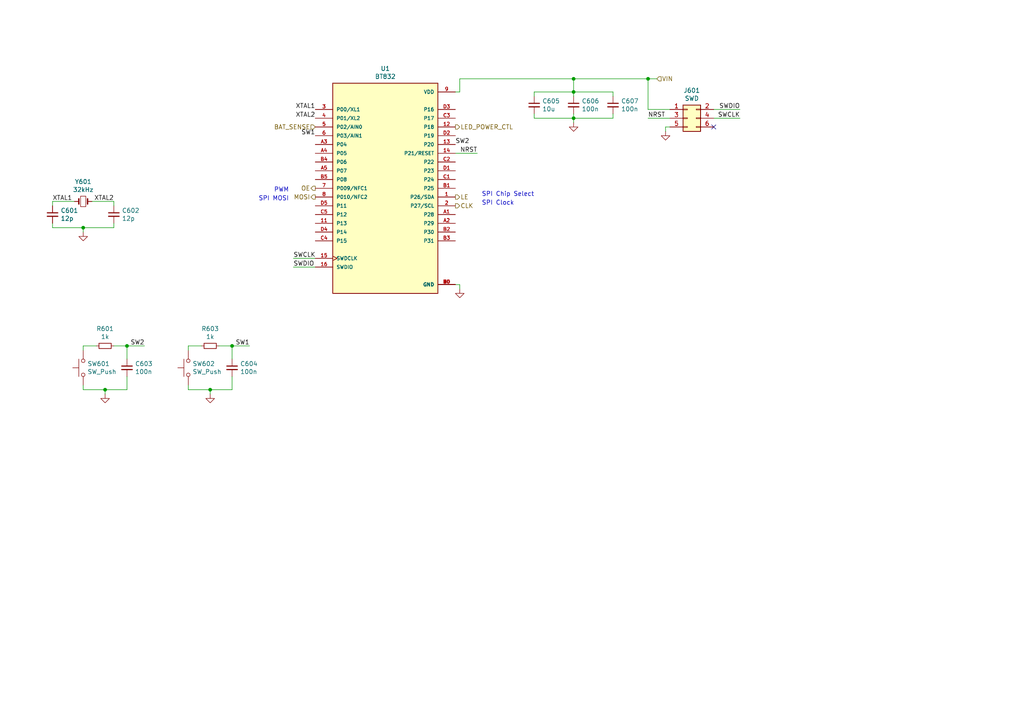
<source format=kicad_sch>
(kicad_sch (version 20211123) (generator eeschema)
  (paper "A4")
  (title_block (title "aWristWatch") (date "2021-04-05") (rev "3") (company "Andreas Kohler"))
  (lib_symbols
    (symbol "Connector_Generic:Conn_02x03_Odd_Even" (pin_names (offset 1.016) hide)
      (property "Reference" "J" (at 1.27 5.08 0))
      (property "Value" "Conn_02x03_Odd_Even" (at 1.27 -5.08 0))
      (symbol "Conn_02x03_Odd_Even_1_1"
        (rectangle (start -1.27 -2.413) (end 0 -2.667) (stroke (width 0.1524)))
        (rectangle (start -1.27 0.127) (end 0 -0.127) (stroke (width 0.1524)))
        (rectangle (start -1.27 2.667) (end 0 2.413) (stroke (width 0.1524)))
        (rectangle (start -1.27 3.81) (end 3.81 -3.81) (stroke (width 0.254)) (fill (type background)))
        (rectangle (start 3.81 -2.413) (end 2.54 -2.667) (stroke (width 0.1524)))
        (rectangle (start 3.81 0.127) (end 2.54 -0.127) (stroke (width 0.1524)))
        (rectangle (start 3.81 2.667) (end 2.54 2.413) (stroke (width 0.1524)))
        (pin passive line (at -5.08 2.54 0) (length 3.81) (name "Pin_1") (number "1"))
        (pin passive line (at 7.62 2.54 180) (length 3.81) (name "Pin_2") (number "2"))
        (pin passive line (at -5.08 0 0) (length 3.81) (name "Pin_3") (number "3"))
        (pin passive line (at 7.62 0 180) (length 3.81) (name "Pin_4") (number "4"))
        (pin passive line (at -5.08 -2.54 0) (length 3.81) (name "Pin_5") (number "5"))
        (pin passive line (at 7.62 -2.54 180) (length 3.81) (name "Pin_6") (number "6"))
      )
    )
    (symbol "Device:C_Small" (pin_numbers hide) (pin_names (offset 0.254) hide)
      (property "Reference" "C" (at 0.254 1.778 0))
      (property "Value" "C_Small" (at 0.254 -2.032 0))
      (symbol "C_Small_0_1"
        (polyline (pts (xy -1.524 -0.508) (xy 1.524 -0.508)) (stroke (width 0.3302)))
        (polyline (pts (xy -1.524 0.508) (xy 1.524 0.508)) (stroke (width 0.3048)))
      )
      (symbol "C_Small_1_1"
        (pin passive line (at 0 2.54 270) (length 2.032) (name "~") (number "1"))
        (pin passive line (at 0 -2.54 90) (length 2.032) (name "~") (number "2"))
      )
    )
    (symbol "Device:Crystal_Small" (pin_numbers hide) (pin_names (offset 1.016) hide)
      (property "Reference" "Y" (at 0 2.54 0))
      (property "Value" "Crystal_Small" (at 0 -2.54 0))
      (symbol "Crystal_Small_0_1"
        (rectangle (start -0.762 -1.524) (end 0.762 1.524))
        (polyline (pts (xy -1.27 -0.762) (xy -1.27 0.762)) (stroke (width 0.381)))
        (polyline (pts (xy 1.27 -0.762) (xy 1.27 0.762)) (stroke (width 0.381)))
      )
      (symbol "Crystal_Small_1_1"
        (pin passive line (at -2.54 0 0) (length 1.27) (name "1") (number "1"))
        (pin passive line (at 2.54 0 180) (length 1.27) (name "2") (number "2"))
      )
    )
    (symbol "Device:R_Small" (pin_numbers hide) (pin_names (offset 0.254) hide)
      (property "Reference" "R" (at 0.762 0.508 0))
      (property "Value" "R_Small" (at 0.762 -1.016 0))
      (symbol "R_Small_0_1"
        (rectangle (start -0.762 1.778) (end 0.762 -1.778) (stroke (width 0.2032)))
      )
      (symbol "R_Small_1_1"
        (pin passive line (at 0 2.54 270) (length 0.762) (name "~") (number "1"))
        (pin passive line (at 0 -2.54 90) (length 0.762) (name "~") (number "2"))
      )
    )
    (symbol "Switch:SW_Push" (pin_numbers hide) (pin_names (offset 1.016) hide)
      (property "Reference" "SW" (at 1.27 2.54 0))
      (property "Value" "SW_Push" (at 0 -1.524 0))
      (symbol "SW_Push_0_1"
        (circle (center -2.032 0) (radius 0.508))
        (polyline (pts (xy 0 1.27) (xy 0 3.048)))
        (polyline (pts (xy 2.54 1.27) (xy -2.54 1.27)))
        (circle (center 2.032 0) (radius 0.508))
        (pin passive line (at -5.08 0 0) (length 2.54) (name "1") (number "1"))
        (pin passive line (at 5.08 0 180) (length 2.54) (name "2") (number "2"))
      )
    )
    (symbol "power:GND" (power) (pin_names (offset 0))
      (property "Value" "GND" (at 0 -3.81 0))
      (symbol "GND_0_1"
        (polyline (pts (xy 0 0) (xy 0 -1.27) (xy 1.27 -1.27) (xy 0 -2.54) (xy -1.27 -1.27) (xy 0 -1.27)))
      )
      (symbol "GND_1_1"
        (pin power_in line (at 0 0 270) (length 0) hide (name "GND") (number "1"))
      )
    )
    (symbol "watch:BT832" (pin_names (offset 1.016))
      (property "Reference" "U" (at -15.2654 31.2928 0))
      (property "Value" "BT832" (at -15.2654 -33.0708 0))
      (symbol "BT832_0_0"
        (rectangle (start -15.24 -30.48) (end 15.24 30.48) (stroke (width 0.254)) (fill (type background)))
        (pin bidirectional line (at 20.32 -2.54 180) (length 5.08) (name "P26/SDA") (number "1"))
        (pin power_in line (at 20.32 -27.94 180) (length 5.08) (name "GND") (number "10"))
        (pin bidirectional line (at -20.32 -10.16 0) (length 5.08) (name "P13") (number "11"))
        (pin bidirectional line (at 20.32 17.78 180) (length 5.08) (name "P18") (number "12"))
        (pin bidirectional line (at 20.32 12.7 180) (length 5.08) (name "P20") (number "13"))
        (pin bidirectional line (at 20.32 10.16 180) (length 5.08) (name "P21/RESET") (number "14"))
        (pin input clock (at -20.32 -20.32 0) (length 5.08) (name "SWDCLK") (number "15"))
        (pin bidirectional line (at -20.32 -22.86 0) (length 5.08) (name "SWDIO") (number "16"))
        (pin bidirectional line (at 20.32 -5.08 180) (length 5.08) (name "P27/SCL") (number "2"))
        (pin bidirectional line (at -20.32 22.86 0) (length 5.08) (name "P00/XL1") (number "3"))
        (pin bidirectional line (at -20.32 20.32 0) (length 5.08) (name "P01/XL2") (number "4"))
        (pin bidirectional line (at -20.32 17.78 0) (length 5.08) (name "P02/AIN0") (number "5"))
        (pin bidirectional line (at -20.32 15.24 0) (length 5.08) (name "P03/AIN1") (number "6"))
        (pin bidirectional line (at -20.32 0 0) (length 5.08) (name "P009/NFC1") (number "7"))
        (pin bidirectional line (at -20.32 -2.54 0) (length 5.08) (name "P010/NFC2") (number "8"))
        (pin power_in line (at 20.32 27.94 180) (length 5.08) (name "VDD") (number "9"))
        (pin power_in line (at 20.32 -27.94 180) (length 5.08) (name "GND") (number "A0"))
        (pin bidirectional line (at 20.32 -7.62 180) (length 5.08) (name "P28") (number "A1"))
        (pin bidirectional line (at 20.32 -10.16 180) (length 5.08) (name "P29") (number "A2"))
        (pin bidirectional line (at -20.32 12.7 0) (length 5.08) (name "P04") (number "A3"))
        (pin bidirectional line (at -20.32 10.16 0) (length 5.08) (name "P05") (number "A4"))
        (pin bidirectional line (at -20.32 5.08 0) (length 5.08) (name "P07") (number "A5"))
        (pin power_in line (at 20.32 -27.94 180) (length 5.08) (name "GND") (number "B0"))
        (pin bidirectional line (at 20.32 0 180) (length 5.08) (name "P25") (number "B1"))
        (pin bidirectional line (at 20.32 -12.7 180) (length 5.08) (name "P30") (number "B2"))
        (pin bidirectional line (at 20.32 -15.24 180) (length 5.08) (name "P31") (number "B3"))
        (pin bidirectional line (at -20.32 7.62 0) (length 5.08) (name "P06") (number "B4"))
        (pin bidirectional line (at -20.32 2.54 0) (length 5.08) (name "P08") (number "B5"))
        (pin power_in line (at 20.32 -27.94 180) (length 5.08) (name "GND") (number "C0"))
        (pin bidirectional line (at 20.32 2.54 180) (length 5.08) (name "P24") (number "C1"))
        (pin bidirectional line (at 20.32 7.62 180) (length 5.08) (name "P22") (number "C2"))
        (pin bidirectional line (at 20.32 20.32 180) (length 5.08) (name "P17") (number "C3"))
        (pin bidirectional line (at -20.32 -15.24 0) (length 5.08) (name "P15") (number "C4"))
        (pin bidirectional line (at -20.32 -7.62 0) (length 5.08) (name "P12") (number "C5"))
        (pin power_in line (at 20.32 -27.94 180) (length 5.08) (name "GND") (number "D0"))
        (pin bidirectional line (at 20.32 5.08 180) (length 5.08) (name "P23") (number "D1"))
        (pin bidirectional line (at 20.32 15.24 180) (length 5.08) (name "P19") (number "D2"))
        (pin bidirectional line (at 20.32 22.86 180) (length 5.08) (name "P16") (number "D3"))
        (pin bidirectional line (at -20.32 -12.7 0) (length 5.08) (name "P14") (number "D4"))
        (pin bidirectional line (at -20.32 -5.08 0) (length 5.08) (name "P11") (number "D5"))
      )
    )
  )
  (junction (at 187.96 22.86))
  (junction (at 67.31 100.33))
  (junction (at 36.83 100.33))
  (junction (at 166.37 34.29))
  (junction (at 30.48 113.03))
  (junction (at 166.37 22.86))
  (junction (at 166.37 26.67))
  (junction (at 60.96 113.03))
  (junction (at 24.13 66.04))
  (no_connect (at 207.01 36.83))
  (wire (pts (xy 67.31 109.22) (xy 67.31 113.03)))
  (wire (pts (xy 177.8 34.29) (xy 177.8 33.02)))
  (wire (pts (xy 207.01 34.29) (xy 214.63 34.29)))
  (wire (pts (xy 15.24 58.42) (xy 21.59 58.42)))
  (wire (pts (xy 24.13 113.03) (xy 30.48 113.03)))
  (wire (pts (xy 30.48 114.3) (xy 30.48 113.03)))
  (wire (pts (xy 33.02 66.04) (xy 33.02 64.77)))
  (wire (pts (xy 24.13 67.31) (xy 24.13 66.04)))
  (wire (pts (xy 133.35 83.82) (xy 133.35 82.55)))
  (wire (pts (xy 15.24 66.04) (xy 15.24 64.77)))
  (wire (pts (xy 166.37 22.86) (xy 133.35 22.86)))
  (wire (pts (xy 58.42 100.33) (xy 54.61 100.33)))
  (wire (pts (xy 193.04 36.83) (xy 194.31 36.83)))
  (wire (pts (xy 154.94 26.67) (xy 154.94 27.94)))
  (wire (pts (xy 85.09 74.93) (xy 91.44 74.93)))
  (wire (pts (xy 187.96 22.86) (xy 166.37 22.86)))
  (wire (pts (xy 54.61 113.03) (xy 54.61 111.76)))
  (wire (pts (xy 187.96 34.29) (xy 194.31 34.29)))
  (wire (pts (xy 166.37 34.29) (xy 177.8 34.29)))
  (wire (pts (xy 54.61 113.03) (xy 60.96 113.03)))
  (wire (pts (xy 15.24 58.42) (xy 15.24 59.69)))
  (wire (pts (xy 133.35 22.86) (xy 133.35 26.67)))
  (wire (pts (xy 24.13 113.03) (xy 24.13 111.76)))
  (wire (pts (xy 54.61 100.33) (xy 54.61 101.6)))
  (wire (pts (xy 72.39 100.33) (xy 67.31 100.33)))
  (wire (pts (xy 36.83 109.22) (xy 36.83 113.03)))
  (wire (pts (xy 91.44 77.47) (xy 85.09 77.47)))
  (wire (pts (xy 27.94 100.33) (xy 24.13 100.33)))
  (wire (pts (xy 60.96 113.03) (xy 67.31 113.03)))
  (wire (pts (xy 33.02 58.42) (xy 33.02 59.69)))
  (wire (pts (xy 30.48 113.03) (xy 36.83 113.03)))
  (wire (pts (xy 166.37 34.29) (xy 166.37 33.02)))
  (wire (pts (xy 166.37 34.29) (xy 154.94 34.29)))
  (wire (pts (xy 187.96 22.86) (xy 187.96 31.75)))
  (wire (pts (xy 166.37 35.56) (xy 166.37 34.29)))
  (wire (pts (xy 133.35 82.55) (xy 132.08 82.55)))
  (wire (pts (xy 177.8 26.67) (xy 177.8 27.94)))
  (wire (pts (xy 166.37 26.67) (xy 166.37 27.94)))
  (wire (pts (xy 33.02 100.33) (xy 36.83 100.33)))
  (wire (pts (xy 133.35 26.67) (xy 132.08 26.67)))
  (wire (pts (xy 207.01 31.75) (xy 214.63 31.75)))
  (wire (pts (xy 36.83 104.14) (xy 36.83 100.33)))
  (wire (pts (xy 36.83 100.33) (xy 41.91 100.33)))
  (wire (pts (xy 26.67 58.42) (xy 33.02 58.42)))
  (wire (pts (xy 187.96 31.75) (xy 194.31 31.75)))
  (wire (pts (xy 190.5 22.86) (xy 187.96 22.86)))
  (wire (pts (xy 193.04 38.1) (xy 193.04 36.83)))
  (wire (pts (xy 166.37 26.67) (xy 154.94 26.67)))
  (wire (pts (xy 67.31 100.33) (xy 67.31 104.14)))
  (wire (pts (xy 24.13 66.04) (xy 15.24 66.04)))
  (wire (pts (xy 166.37 22.86) (xy 166.37 26.67)))
  (wire (pts (xy 63.5 100.33) (xy 67.31 100.33)))
  (wire (pts (xy 138.43 44.45) (xy 132.08 44.45)))
  (wire (pts (xy 154.94 34.29) (xy 154.94 33.02)))
  (wire (pts (xy 24.13 66.04) (xy 33.02 66.04)))
  (wire (pts (xy 60.96 114.3) (xy 60.96 113.03)))
  (wire (pts (xy 166.37 26.67) (xy 177.8 26.67)))
  (wire (pts (xy 24.13 100.33) (xy 24.13 101.6)))
  (text "SPI MOSI" (at 83.82 58.42 180) (effects (font (size 1.27 1.27)) (justify right bottom)))
  (text "SPI Chip Select" (at 139.7 57.15 0) (effects (font (size 1.27 1.27)) (justify left bottom)))
  (text "PWM" (at 83.82 55.88 180) (effects (font (size 1.27 1.27)) (justify right bottom)))
  (text "SPI Clock" (at 139.7 59.69 0) (effects (font (size 1.27 1.27)) (justify left bottom)))
  (label "XTAL1" (at 15.24 58.42 0))
  (label "SW2" (at 41.91 100.33 180))
  (label "SWDIO" (at 85.09 77.47 0))
  (label "XTAL2" (at 91.44 34.29 180))
  (label "SW1" (at 72.39 100.33 180))
  (label "SWCLK" (at 85.09 74.93 0))
  (label "SW2" (at 132.08 41.91 0))
  (label "NRST" (at 187.96 34.29 0))
  (label "NRST" (at 138.43 44.45 180))
  (label "XTAL1" (at 91.44 31.75 180))
  (label "SWDIO" (at 214.63 31.75 180))
  (label "SWCLK" (at 214.63 34.29 180))
  (label "XTAL2" (at 33.02 58.42 180))
  (label "SW1" (at 91.44 39.37 180))
  (hierarchical_label "VIN" (shape input) (at 190.5 22.86 0))
  (hierarchical_label "LE" (shape output) (at 132.08 57.15 0))
  (hierarchical_label "CLK" (shape output) (at 132.08 59.69 0))
  (hierarchical_label "MOSI" (shape output) (at 91.44 57.15 180))
  (hierarchical_label "BAT_SENSE" (shape input) (at 91.44 36.83 180))
  (hierarchical_label "LED_POWER_CTL" (shape output) (at 132.08 36.83 0))
  (hierarchical_label "OE" (shape output) (at 91.44 54.61 180))
  (symbol (lib_id "Device:C_Small") (at 154.94 30.48 0)
    (property "Reference" "C605" (at 157.2768 29.3116 0) (effects (justify left)))
    (property "Value" "10u" (at 157.2768 31.623 0) (effects (justify left)))
    (property "Footprint" "Capacitor_SMD:C_0805_2012Metric" (effects hide))
    (property "Datasheet" "https://www.mouser.at/datasheet/2/585/MLCC-1837944.pdf" (effects hide))
    (property "Order" "https://www.mouser.at/ProductDetail/187-CL10B106MQ8NRNC" (effects hide))
    (property "Manufacturer" "Samsung Electro-Mechanics" (effects hide))
    (property "MNR" "CL10B106MQ8NRNC" (effects hide))
  )
  (symbol (lib_id "Device:C_Small") (at 166.37 30.48 0)
    (property "Reference" "C606" (at 168.7068 29.3116 0) (effects (justify left)))
    (property "Value" "100n" (at 168.7068 31.623 0) (effects (justify left)))
    (property "Footprint" "Capacitor_SMD:C_0603_1608Metric" (effects hide))
    (property "Datasheet" "https://www.mouser.at/datasheet/2/212/KEM_C1002_X7R_SMD-1102033.pdf" (effects hide))
    (property "Order" "https://www.mouser.at/ProductDetail/80-C0603C104M4R" (effects hide))
    (property "Manufacturer" "KEMET" (effects hide))
    (property "MNR" "C0603C104M4RACTU" (effects hide))
  )
  (symbol (lib_id "power:GND") (at 166.37 35.56 0)
    (property "Reference" "#PWR0139" (effects hide))
    (property "Value" "GND" (effects hide))
  )
  (symbol (lib_id "Device:Crystal_Small") (at 24.13 58.42 0)
    (property "Reference" "Y601" (at 24.13 52.705 0))
    (property "Value" "32kHz" (at 24.13 55.0164 0))
    (property "Footprint" "Crystal:Crystal_SMD_3215-2Pin_3.2x1.5mm" (effects hide))
    (property "Datasheet" "https://www.mouser.at/datasheet/2/3/ABS07-166-32.768kHz-T-1359238.pdf" (effects hide))
    (property "Order" "https://www.mouser.at/ProductDetail/815-ABS0716632.768KT" (effects hide))
    (property "Manufacturer" "ABRACON" (effects hide))
    (property "MNR" "ABS07-166-32.768KHZ-T" (effects hide))
  )
  (symbol (lib_id "Device:C_Small") (at 15.24 62.23 0)
    (property "Reference" "C601" (at 17.5768 61.0616 0) (effects (justify left)))
    (property "Value" "12p" (at 17.5768 63.373 0) (effects (justify left)))
    (property "Footprint" "Capacitor_SMD:C_0603_1608Metric" (effects hide))
    (property "Datasheet" "https://www.mouser.at/datasheet/2/212/KEM_C1007_X8R_ULTRA_150C_SMD-1102703.pdf" (effects hide))
    (property "Order" "https://www.mouser.at/ProductDetail/80-C0603C120K5HACTU" (effects hide))
    (property "Manufacturer" "KEMET" (effects hide))
    (property "MNR" "C0603C120K5HACTU" (effects hide))
  )
  (symbol (lib_id "Device:C_Small") (at 33.02 62.23 0)
    (property "Reference" "C602" (at 35.3568 61.0616 0) (effects (justify left)))
    (property "Value" "12p" (at 35.3568 63.373 0) (effects (justify left)))
    (property "Footprint" "Capacitor_SMD:C_0603_1608Metric" (effects hide))
    (property "Datasheet" "https://www.mouser.at/datasheet/2/212/KEM_C1007_X8R_ULTRA_150C_SMD-1102703.pdf" (effects hide))
    (property "Order" "https://www.mouser.at/ProductDetail/80-C0603C120K5HACTU" (effects hide))
    (property "Manufacturer" "KEMET" (effects hide))
    (property "MNR" "C0603C120K5HACTU" (effects hide))
  )
  (symbol (lib_id "power:GND") (at 24.13 67.31 0)
    (property "Reference" "#PWR0141" (effects hide))
    (property "Value" "GND" (effects hide))
  )
  (symbol (lib_id "Device:C_Small") (at 177.8 30.48 0)
    (property "Reference" "C607" (at 180.1368 29.3116 0) (effects (justify left)))
    (property "Value" "100n" (at 180.1368 31.623 0) (effects (justify left)))
    (property "Footprint" "Capacitor_SMD:C_0603_1608Metric" (effects hide))
    (property "Datasheet" "https://www.mouser.at/datasheet/2/212/KEM_C1002_X7R_SMD-1102033.pdf" (effects hide))
    (property "Order" "https://www.mouser.at/ProductDetail/80-C0603C104M4R" (effects hide))
    (property "Manufacturer" "KEMET" (effects hide))
    (property "MNR" "C0603C104M4RACTU" (effects hide))
  )
  (symbol (lib_id "power:GND") (at 30.48 114.3 0)
    (property "Reference" "#PWR0142" (effects hide))
    (property "Value" "GND" (effects hide))
  )
  (symbol (lib_id "Device:C_Small") (at 36.83 106.68 0)
    (property "Reference" "C603" (at 39.1668 105.5116 0) (effects (justify left)))
    (property "Value" "100n" (at 39.1668 107.823 0) (effects (justify left)))
    (property "Footprint" "Capacitor_SMD:C_0603_1608Metric" (effects hide))
    (property "Datasheet" "https://www.mouser.at/datasheet/2/212/KEM_C1002_X7R_SMD-1102033.pdf" (effects hide))
    (property "Order" "https://www.mouser.at/ProductDetail/80-C0603C104M4R" (effects hide))
    (property "Manufacturer" "KEMET" (effects hide))
    (property "MNR" "C0603C104M4RACTU" (effects hide))
  )
  (symbol (lib_id "Switch:SW_Push") (at 24.13 106.68 90)
    (property "Reference" "SW601" (at 25.3492 105.5116 90) (effects (justify right)))
    (property "Value" "SW_Push" (at 25.3492 107.823 90) (effects (justify right)))
    (property "Footprint" "Button_Switch_SMD:SW_Push_1P1T_NO_CK_KMR2" (effects hide))
    (property "Datasheet" "https://www.mouser.at/datasheet/2/910/448_TAC2-3-1571418.pdf" (effects hide))
    (property "Order" "https://www.mouser.at/ProductDetail/Diptronics/TAC-35N-V-T-R?qs=MLItCLRbWsxLaFNtnMEtJQ==" (effects hide))
    (property "Manufacturer" "Diptronics" (effects hide))
    (property "MNR" "TAC-35N-V-T/R" (effects hide))
  )
  (symbol (lib_id "Device:C_Small") (at 67.31 106.68 0)
    (property "Reference" "C604" (at 69.6468 105.5116 0) (effects (justify left)))
    (property "Value" "100n" (at 69.6468 107.823 0) (effects (justify left)))
    (property "Footprint" "Capacitor_SMD:C_0603_1608Metric" (effects hide))
    (property "Datasheet" "https://www.mouser.at/datasheet/2/212/KEM_C1002_X7R_SMD-1102033.pdf" (effects hide))
    (property "Order" "https://www.mouser.at/ProductDetail/80-C0603C104M4R" (effects hide))
    (property "Manufacturer" "KEMET" (effects hide))
    (property "MNR" "C0603C104M4RACTU" (effects hide))
  )
  (symbol (lib_id "power:GND") (at 60.96 114.3 0)
    (property "Reference" "#PWR0143" (effects hide))
    (property "Value" "GND" (effects hide))
  )
  (symbol (lib_id "Switch:SW_Push") (at 54.61 106.68 90)
    (property "Reference" "SW602" (at 55.8292 105.5116 90) (effects (justify right)))
    (property "Value" "SW_Push" (at 55.8292 107.823 90) (effects (justify right)))
    (property "Footprint" "Button_Switch_SMD:SW_Push_1P1T_NO_CK_KMR2" (effects hide))
    (property "Datasheet" "https://www.mouser.at/datasheet/2/910/448_TAC2-3-1571418.pdf" (effects hide))
    (property "Order" "https://www.mouser.at/ProductDetail/Diptronics/TAC-35N-V-T-R?qs=MLItCLRbWsxLaFNtnMEtJQ==" (effects hide))
    (property "Manufacturer" "Diptronics" (effects hide))
    (property "MNR" "TAC-35N-V-T/R" (effects hide))
  )
  (symbol (lib_id "Device:R_Small") (at 30.48 100.33 270) (unit 1)
    (property "Reference" "R601" (at 30.48 95.3516 90))
    (property "Value" "1k" (at 30.48 97.663 90))
    (property "Footprint" "Resistor_SMD:R_0603_1608Metric" (effects hide))
    (property "Manufacturer" "TE Connectivity / Holsworthy" (effects hide))
    (property "Order" "https://www.mouser.at/ProductDetail/TE-Connectivity-Holsworthy/CRGP0603F1K0?qs=sGAEpiMZZMtlubZbdhIBIOInyB5Ysv8sRTd2oyB6aAs%3D" (effects hide))
    (property "MNR" "CRGP0603F1K0" (effects hide))
  )
  (symbol (lib_id "Device:R_Small") (at 60.96 100.33 270) (unit 1)
    (property "Reference" "R603" (at 60.96 95.3516 90))
    (property "Value" "1k" (at 60.96 97.663 90))
    (property "Footprint" "Resistor_SMD:R_0603_1608Metric" (effects hide))
    (property "Manufacturer" "TE Connectivity / Holsworthy" (effects hide))
    (property "Order" "https://www.mouser.at/ProductDetail/TE-Connectivity-Holsworthy/CRGP0603F1K0?qs=sGAEpiMZZMtlubZbdhIBIOInyB5Ysv8sRTd2oyB6aAs%3D" (effects hide))
    (property "MNR" "CRGP0603F1K0" (effects hide))
  )
  (symbol (lib_id "Connector_Generic:Conn_02x03_Odd_Even") (at 199.39 34.29 0) (unit 1)
    (property "Reference" "J601" (at 200.66 26.2382 0))
    (property "Value" "SWD" (at 200.66 28.5496 0))
    (property "Footprint" "Connector:Tag-Connect_TC2030-IDC-NL_2x03_P1.27mm_Vertical" (effects hide))
    (property "Manufacturer" "Mill-Max" (effects hide))
    (property "Order" "https://www.mouser.at/ProductDetail/Mill-Max/855-22-006-10-001101?qs=mPCt1EmoOdSJhsMqOzcHKA%3D%3D" (effects hide))
    (property "MNR" "855-22-006-10-001101" (effects hide))
  )
  (symbol (lib_id "power:GND") (at 193.04 38.1 0)
    (property "Reference" "#PWR0150" (effects hide))
    (property "Value" "GND" (effects hide))
  )
  (symbol (lib_id "watch:BT832") (at 111.76 54.61 0) (unit 1)
    (property "Reference" "U1" (at 111.76 19.8882 0))
    (property "Value" "BT832" (at 111.76 22.1996 0))
    (property "Footprint" "watch:BLEMODULE_BT832" (effects hide))
    (property "STANDARD" "Manufacturer Recommendations" (effects hide))
    (property "MANUFACTURER" "FANSTEL" (effects hide))
    (property "PARTREV" "2.04" (effects hide))
  )
  (symbol (lib_id "power:GND") (at 133.35 83.82 0)
    (property "Reference" "#PWR0145" (effects hide))
    (property "Value" "GND" (effects hide))
  )
)
</source>
